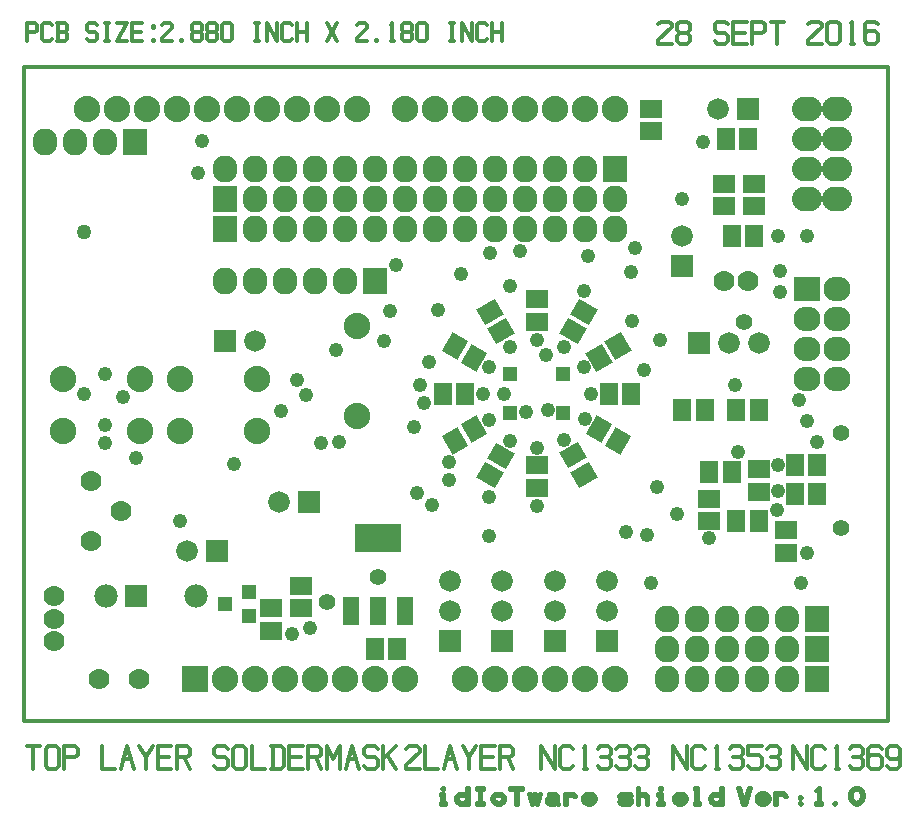
<source format=gbr>
G04 CAM350 V9.5.2 (Build 226) Date:  Wed Sep 28 16:52:40 2016 *
G04 Database: (Untitled) *
G04 Layer 1: 54.gbr *
%FSLAX23Y23*%
%MOIN*%
%SFA1.000B1.000*%

%MIA0B0*%
%IPPOS*%
%AMrect72x60_330*
4,1,4,-0.01618,0.04398,0.04618,0.00798,0.01618,-0.04398,-0.04618,-0.00798,-0.01618,0.04398,0.00000*
%
%AMrect72x60_300*
4,1,4,0.00798,0.04618,0.04398,-0.01618,-0.00798,-0.04618,-0.04398,0.01618,0.00798,0.04618,0.00000*
%
%AMrect72x60_240*
4,1,4,0.04398,0.01618,0.00798,-0.04618,-0.04398,-0.01618,-0.00798,0.04618,0.04398,0.01618,0.00000*
%
%AMrect72x60_210*
4,1,4,0.04618,-0.00798,-0.01618,-0.04398,-0.04618,0.00798,0.01618,0.04398,0.04618,-0.00798,0.00000*
%
%AMrect72x60_60*
4,1,4,-0.04398,-0.01618,-0.00798,0.04618,0.04398,0.01618,0.00798,-0.04618,-0.04398,-0.01618,0.00000*
%
%AMrect72x60_30*
4,1,4,-0.04618,0.00798,0.01618,0.04398,0.04618,-0.00798,-0.01618,-0.04398,-0.04618,0.00798,0.00000*
%
%AMrect72x60_150*
4,1,4,0.01618,-0.04398,-0.04618,-0.00798,-0.01618,0.04398,0.04618,0.00798,0.01618,-0.04398,0.00000*
%
%AMrect72x64_120*
4,1,4,-0.00971,-0.04718,-0.04571,0.01518,0.00971,0.04718,0.04571,-0.01518,-0.00971,-0.04718,0.00000*
%
%ADD10C,0.01200*%
%ADD12C,0.08800*%
%ADD14R,0.08800X0.08800*%
%ADD16R,0.06000X0.07200*%
%ADD17R,0.07800X0.07800*%
%ADD19C,0.07800*%
%ADD70C,0.07000*%
%ADD20R,0.07200X0.06000*%
%ADD21C,0.07200*%
%ADD24R,0.07200X0.07200*%
%ADD26C,0.04800*%
%ADD29C,0.00160*%
%ADD72O,0.08200X0.09000*%
%ADD30R,0.08200X0.09000*%
%ADD32C,0.05000*%
%ADD33R,0.04800X0.04800*%
%ADD34C,0.05600*%
%ADD35R,0.05600X0.09600*%
%ADD36R,0.15200X0.09600*%
%ADD37rect72x60_330*%
%ADD38rect72x60_300*%
%ADD39rect72x60_240*%
%ADD40rect72x60_210*%
%ADD41rect72x60_60*%
%ADD42rect72x60_30*%
%ADD43rect72x60_150*%
%ADD44rect72x64_120*%
%ADD48O,0.09000X0.08200*%
%ADD50R,0.09000X0.08200*%
%ADD52O,0.10000X0.08200*%
%LN54.gbr*%
%LPD*%
G54D12*
X670Y140D03*
X770D03*
X870D03*
X970D03*
X1070D03*
X1170D03*
X1270D03*
X1470D03*
X1570D03*
X1670D03*
X1770D03*
X1870D03*
X1970D03*
Y2040D03*
X1870D03*
X1770D03*
X1670D03*
X1570D03*
X1470D03*
X1370D03*
X1270D03*
X1110D03*
X1010D03*
X910D03*
X810D03*
X710D03*
X610D03*
X510D03*
X410D03*
X310D03*
X210D03*
G54D14*
X570Y140D03*
G54D17*
X375Y415D03*
G54D19*
X275D03*
X575D03*
G54D70*
X385Y140D03*
X251D03*
X100Y415D03*
Y340D03*
Y265D03*
X225Y600D03*
X325Y700D03*
X225Y800D03*
G54D21*
X545Y564D03*
G54D24*
X645D03*
G54D12*
X386Y1140D03*
X130D03*
Y964D03*
X386D03*
X776Y1140D03*
X520D03*
Y964D03*
X776D03*
G54D26*
X375Y875D03*
X520Y664D03*
X270Y984D03*
Y924D03*
Y1154D03*
X200Y1090D03*
X330Y1079D03*
G54D72*
X170Y1930D03*
X270D03*
X70D03*
G54D30*
X370D03*
G54D32*
X200Y1630D03*
G54D20*
X925Y375D03*
Y450D03*
X825Y300D03*
Y375D03*
G54D33*
X750Y350D03*
Y430D03*
X670Y390D03*
G54D34*
X1010Y395D03*
G54D26*
X895Y290D03*
X955Y310D03*
G54D12*
X1110Y1015D03*
Y1314D03*
G54D21*
X850Y730D03*
G54D24*
X950D03*
G54D26*
X1050Y930D03*
X856Y1033D03*
X991Y925D03*
X700Y854D03*
G54D21*
X770Y1265D03*
G54D24*
X670D03*
G54D72*
X970Y1465D03*
X1070D03*
X870D03*
X770D03*
X670D03*
G54D30*
X1170D03*
G54D26*
X940Y1084D03*
X910Y1134D03*
X1040Y1234D03*
G54D72*
X870Y1740D03*
X770D03*
X970D03*
X1070D03*
X1170D03*
G54D30*
X670D03*
G54D72*
X1270D03*
X1370D03*
X1470D03*
X1570D03*
X1670D03*
X1770D03*
X1870D03*
X1970D03*
X1770Y1840D03*
X1870D03*
X1670D03*
X1570D03*
X1470D03*
G54D30*
X1970D03*
G54D72*
X1370D03*
X1270D03*
X1170D03*
X1070D03*
X970D03*
X870D03*
X770D03*
X670D03*
X870Y1640D03*
X770D03*
X970D03*
X1070D03*
X1170D03*
G54D30*
X670D03*
G54D72*
X1270D03*
X1370D03*
X1470D03*
X1570D03*
X1670D03*
X1770D03*
X1870D03*
X1970D03*
G54D26*
X594Y1931D03*
X579Y1826D03*
G54D16*
X1245Y240D03*
X1170D03*
G54D21*
X1420Y465D03*
Y365D03*
G54D24*
Y265D03*
G54D35*
X1089Y365D03*
X1180D03*
X1270D03*
G54D36*
X1180Y609D03*
G54D34*
Y479D03*
G54D37*
X1591Y883D03*
X1553Y818D03*
G54D38*
X1502Y971D03*
X1437Y933D03*
G54D26*
X1552Y1001D03*
X1416Y863D03*
X1310Y760D03*
X1552Y746D03*
X1360Y720D03*
X1300Y980D03*
X1416Y803D03*
X1550Y615D03*
G54D16*
X1471Y1090D03*
X1396D03*
G54D39*
X1502Y1210D03*
X1437Y1247D03*
G54D40*
X1591Y1297D03*
X1553Y1362D03*
G54D26*
X1530Y1090D03*
X1552Y1180D03*
X1456Y1487D03*
X1335Y1060D03*
X1320Y1120D03*
X1351Y1195D03*
X1553Y1558D03*
X1380Y1370D03*
X1200Y1264D03*
X1220Y1364D03*
X1240Y1520D03*
G54D21*
X1595Y465D03*
Y365D03*
G54D24*
Y265D03*
G54D21*
X1770Y465D03*
Y365D03*
G54D24*
Y265D03*
G54D21*
X1945Y465D03*
Y365D03*
G54D24*
Y265D03*
G54D41*
X1917Y971D03*
X1982Y933D03*
G54D20*
X1710Y851D03*
Y776D03*
G54D33*
X1621Y1025D03*
X1798D03*
Y1155D03*
X1621D03*
G54D42*
X1829Y884D03*
X1866Y819D03*
G54D26*
X1870Y1006D03*
X1799Y935D03*
X1710Y910D03*
X1621Y932D03*
X1710Y715D03*
X2076Y620D03*
X1746Y1034D03*
X1675Y1030D03*
X2006Y630D03*
G54D43*
X1830Y1297D03*
X1867Y1362D03*
G54D44*
X1917Y1210D03*
X1982Y1247D03*
G54D16*
X1949Y1090D03*
X2024D03*
G54D20*
X1710Y1329D03*
Y1404D03*
G54D26*
X1890Y1090D03*
X1866Y1180D03*
X1620Y1245D03*
X1710Y1270D03*
X1801Y1246D03*
X1655Y1564D03*
X1867Y1432D03*
X2027Y1332D03*
X2025Y1495D03*
X2066Y1170D03*
X1739Y1220D03*
X1600Y1090D03*
X1880Y1547D03*
X1620Y1450D03*
X2037Y1576D03*
G54D72*
X2445Y140D03*
X2545D03*
X2345D03*
X2245D03*
X2145D03*
G54D30*
X2645D03*
G54D72*
X2445Y240D03*
X2545D03*
X2345D03*
X2245D03*
X2145D03*
G54D30*
X2645D03*
G54D72*
X2445Y340D03*
X2545D03*
X2345D03*
X2245D03*
X2145D03*
G54D30*
X2645D03*
G54D34*
X2724Y958D03*
Y643D03*
G54D26*
X2590Y460D03*
X2089Y459D03*
G54D16*
X2375Y1035D03*
X2450D03*
X2270D03*
X2195D03*
G54D20*
X2285Y665D03*
Y740D03*
X2450Y837D03*
Y762D03*
G54D16*
X2570Y755D03*
X2645D03*
X2570Y852D03*
X2645D03*
X2375Y665D03*
X2450D03*
G54D20*
X2540Y635D03*
Y560D03*
G54D16*
X2285Y830D03*
X2360D03*
G54D48*
X2610Y1140D03*
Y1240D03*
Y1340D03*
X2710Y1440D03*
Y1340D03*
Y1240D03*
G54D50*
X2610Y1440D03*
G54D48*
X2710Y1140D03*
G54D26*
X2514Y852D03*
Y765D03*
X2510Y703D03*
X2380Y895D03*
X2285Y607D03*
X2110Y779D03*
X2177Y687D03*
G54D21*
X2195Y1615D03*
G54D24*
Y1515D03*
G54D21*
X2450Y1260D03*
X2350D03*
G54D24*
X2250D03*
G54D70*
X2415Y1465D03*
X2335D03*
G54D26*
X2120Y1270D03*
G54D34*
X2400Y1330D03*
G54D26*
X2520Y1430D03*
X2585Y1067D03*
X2370Y1117D03*
X2520Y1500D03*
G54D20*
X2090Y1965D03*
Y2040D03*
X2335Y1715D03*
Y1790D03*
G54D16*
X2340Y1940D03*
X2415D03*
G54D20*
X2435Y1715D03*
Y1790D03*
G54D52*
X2610Y1940D03*
X2710D03*
Y2040D03*
X2610D03*
Y1840D03*
X2710D03*
X2610Y1740D03*
X2710D03*
G54D16*
X2360Y1615D03*
X2435D03*
G54D21*
X2315Y2040D03*
G54D24*
X2415D03*
G54D26*
X2265Y1930D03*
X2515Y1615D03*
X2195Y1740D03*
X2610Y560D03*
X2645Y927D03*
X2610Y997D03*
Y1615D03*
G54D10*
X0Y0D02*
G01X2880D01*
X0Y2180D02*
G01Y0D01*
X10Y2265D02*
G01Y2325D01*
X38*
X45Y2318*
Y2300*
X38Y2295*
X10*
X95Y2273D02*
G01X88Y2265D01*
X68*
X60Y2273*
Y2318*
X68Y2325*
X88*
X95Y2318*
X138Y2295D02*
G01X145Y2303D01*
Y2318D02*
G01X138Y2325D01*
X115D02*
G01Y2265D01*
X110D02*
G01X138D01*
X145Y2273*
Y2288*
X138Y2295*
X115*
X110Y2325D02*
G01X138D01*
X145Y2318D02*
G01Y2303D01*
X210Y2273D02*
G01X218Y2265D01*
X238*
X245Y2273*
Y2288*
X238Y2295*
X218*
X210Y2303*
Y2318*
X218Y2325*
X238*
X245Y2318*
X270Y2265D02*
G01X285D01*
X278D02*
G01Y2325D01*
X270D02*
G01X285D01*
X310D02*
G01X345D01*
X310Y2265*
X345*
X395D02*
G01X360D01*
Y2325*
X395*
X360Y2295D02*
G01X390D01*
X430Y2270D02*
G01X435D01*
Y2265*
X430*
Y2270*
Y2315D02*
G01X435D01*
Y2310*
X430*
Y2315*
X460Y2318D02*
G01X468Y2325D01*
X488*
X495Y2318*
Y2310*
X460Y2265D02*
G01X495D01*
X460Y2275D02*
G01X495Y2310D01*
X460Y2275D02*
G01Y2265D01*
X525D02*
G01Y2268D01*
X528*
Y2265*
X525*
X568Y2325D02*
G01X588D01*
X595Y2318*
Y2303*
X588Y2295*
X568*
X560Y2288*
Y2273*
X568Y2265*
X588*
X595Y2273*
Y2288*
X588Y2295*
X568D02*
G01X560Y2303D01*
Y2318*
X568Y2325*
X618D02*
G01X638D01*
X645Y2318*
Y2303*
X638Y2295*
X618*
X610Y2288*
Y2273*
X618Y2265*
X638*
X645Y2273*
Y2288*
X638Y2295*
X618D02*
G01X610Y2303D01*
Y2318*
X618Y2325*
X660Y2273D02*
G01Y2318D01*
X668Y2325*
X688*
X695Y2318*
Y2273*
X688Y2265*
X668*
X660Y2273*
X770Y2265D02*
G01X785D01*
X778D02*
G01Y2325D01*
X770D02*
G01X785D01*
X810Y2265D02*
G01Y2325D01*
X845Y2265*
Y2325*
X895Y2273D02*
G01X888Y2265D01*
X868*
X860Y2273*
Y2318*
X868Y2325*
X888*
X895Y2318*
X910Y2265D02*
G01Y2325D01*
Y2295D02*
G01X945D01*
Y2325D02*
G01Y2265D01*
X1010D02*
G01X1045Y2325D01*
X1010D02*
G01X1045Y2265D01*
X1110Y2318D02*
G01X1118Y2325D01*
X1138*
X1145Y2318*
Y2310*
X1110Y2265D02*
G01X1145D01*
X1110Y2275D02*
G01X1145Y2310D01*
X1110Y2275D02*
G01Y2265D01*
X1175D02*
G01Y2268D01*
X1178*
Y2265*
X1175*
X1223D02*
G01X1233D01*
X1228D02*
G01Y2325D01*
X1223Y2320*
X1268Y2325D02*
G01X1288D01*
X1295Y2318*
Y2303*
X1288Y2295*
X1268*
X1260Y2288*
Y2273*
X1268Y2265*
X1288*
X1295Y2273*
Y2288*
X1288Y2295*
X1268D02*
G01X1260Y2303D01*
Y2318*
X1268Y2325*
X1310Y2273D02*
G01Y2318D01*
X1318Y2325*
X1338*
X1345Y2318*
Y2273*
X1338Y2265*
X1318*
X1310Y2273*
X1420Y2265D02*
G01X1435D01*
X1428D02*
G01Y2325D01*
X1420D02*
G01X1435D01*
X1460Y2265D02*
G01Y2325D01*
X1495Y2265*
Y2325*
X1545Y2273D02*
G01X1538Y2265D01*
X1518*
X1510Y2273*
Y2318*
X1518Y2325*
X1538*
X1545Y2318*
X1560Y2265D02*
G01Y2325D01*
Y2295D02*
G01X1595D01*
Y2325D02*
G01Y2265D01*
X2880Y2180D02*
G01X0D01*
X32Y-160D02*
G01Y-85D01*
X10D02*
G01X54D01*
X73Y-151D02*
G01Y-94D01*
X82Y-85*
X107*
X116Y-94*
Y-151*
X107Y-160*
X82*
X73Y-151*
X135Y-160D02*
G01Y-85D01*
X169*
X179Y-94*
Y-116*
X169Y-123*
X135*
X304Y-160D02*
G01X260D01*
Y-85*
X323Y-160D02*
G01X344Y-85D01*
X366Y-160*
X332Y-129D02*
G01X357D01*
X385Y-85D02*
G01X407Y-123D01*
Y-160*
Y-123D02*
G01X429Y-85D01*
X491Y-160D02*
G01X448D01*
Y-85*
X491*
X448Y-123D02*
G01X485D01*
X510Y-160D02*
G01Y-85D01*
X544*
X554Y-94*
Y-116*
X544Y-123*
X510*
X535D02*
G01X554Y-160D01*
X635Y-151D02*
G01X644Y-160D01*
X669*
X679Y-151*
Y-132*
X669Y-123*
X644*
X635Y-113*
Y-94*
X644Y-85*
X669*
X679Y-94*
X698Y-151D02*
G01Y-94D01*
X707Y-85*
X732*
X741Y-94*
Y-151*
X732Y-160*
X707*
X698Y-151*
X804Y-160D02*
G01X760D01*
Y-85*
X829Y-160D02*
G01Y-85D01*
X823D02*
G01X857D01*
X866Y-94*
Y-151*
X857Y-160*
X823*
X929D02*
G01X885D01*
Y-85*
X929*
X885Y-123D02*
G01X923D01*
X948Y-160D02*
G01Y-85D01*
X982*
X991Y-94*
Y-116*
X982Y-123*
X948*
X973D02*
G01X991Y-160D01*
X1010D02*
G01Y-85D01*
X1032Y-129*
X1054Y-85*
Y-160*
X1073D02*
G01X1094Y-85D01*
X1116Y-160*
X1082Y-129D02*
G01X1107D01*
X1135Y-151D02*
G01X1144Y-160D01*
X1169*
X1179Y-151*
Y-132*
X1169Y-123*
X1144*
X1135Y-113*
Y-94*
X1144Y-85*
X1169*
X1179Y-94*
X1198Y-160D02*
G01Y-85D01*
Y-129D02*
G01X1241Y-85D01*
X1210Y-116D02*
G01X1241Y-160D01*
X1275Y-94D02*
G01X1284Y-85D01*
X1309*
X1319Y-94*
Y-104*
X1275Y-160D02*
G01X1319D01*
X1275Y-148D02*
G01X1319Y-104D01*
X1275Y-148D02*
G01Y-160D01*
X1381D02*
G01X1338D01*
Y-85*
X1400Y-160D02*
G01X1422Y-85D01*
X1444Y-160*
X1409Y-129D02*
G01X1434D01*
X1463Y-85D02*
G01X1484Y-123D01*
Y-160*
Y-123D02*
G01X1506Y-85D01*
X1569Y-160D02*
G01X1525D01*
Y-85*
X1569*
X1525Y-123D02*
G01X1563D01*
X1588Y-160D02*
G01Y-85D01*
X1622*
X1631Y-94*
Y-116*
X1622Y-123*
X1588*
X1613D02*
G01X1631Y-160D01*
X1389Y-244D02*
G01X1401D01*
X1395Y-229D02*
G01X1396Y-231D01*
X1398Y-232*
X1400Y-231*
X1401Y-229*
X1400Y-226*
X1398*
X1396*
X1395Y-229*
X1389Y-244D02*
G01Y-250D01*
X1395*
Y-274*
X1389*
Y-280*
X1407*
Y-274*
X1401*
Y-244*
G54D29*
X1406Y-279D02*
G01Y-275D01*
X1405*
Y-279*
X1404*
Y-275*
X1402*
Y-279*
X1401D02*
G01Y-245D01*
Y-230D02*
G01Y-228D01*
X1399Y-279D02*
G01Y-245D01*
Y-231D02*
G01Y-227D01*
X1398Y-279D02*
G01Y-245D01*
Y-231D02*
G01Y-226D01*
X1396Y-279D02*
G01Y-245D01*
Y-230D02*
G01Y-227D01*
X1395Y-279D02*
G01Y-275D01*
Y-249D02*
G01Y-245D01*
X1393Y-279D02*
G01Y-275D01*
Y-249D02*
G01Y-245D01*
X1392Y-279D02*
G01Y-275D01*
Y-249D02*
G01Y-245D01*
X1390Y-279D02*
G01Y-275D01*
Y-249D02*
G01Y-245D01*
Y-279D02*
G01Y-275D01*
Y-249D02*
G01Y-245D01*
G54D10*
X1459Y-244D02*
G01X1455D01*
X1452Y-245*
X1450Y-246*
X1447Y-248*
X1445Y-250*
X1443Y-253*
X1442Y-256*
X1441Y-259*
Y-262*
Y-265*
X1442Y-268*
X1443Y-271*
X1445Y-274*
X1447Y-276*
X1450Y-278*
X1452Y-279*
X1455Y-280*
X1459*
Y-244D02*
G01X1465D01*
X1459Y-280D02*
G01X1466D01*
X1483D02*
G01Y-226D01*
Y-280D02*
G01X1477D01*
Y-226D02*
G01X1483D01*
X1465Y-274D02*
G01X1467D01*
X1469Y-273*
X1471Y-272*
X1472Y-271*
X1474Y-270*
X1475Y-268*
X1476Y-266*
X1477Y-264*
Y-262*
Y-260*
X1476Y-258*
X1475Y-256*
X1474Y-254*
X1472Y-253*
X1471Y-251*
X1469Y-250*
X1467*
X1465*
X1459D02*
G01X1457D01*
X1455*
X1453Y-251*
X1451Y-253*
X1449Y-254*
X1448Y-256*
X1447Y-258*
Y-260*
Y-262*
Y-264*
Y-266*
X1448Y-268*
X1449Y-270*
X1451Y-271*
X1453Y-272*
X1455Y-273*
X1457Y-274*
X1459*
X1465Y-250D02*
G01X1459D01*
Y-274D02*
G01X1465D01*
X1466Y-280D02*
G01X1469D01*
X1472Y-279*
X1474Y-277*
X1477Y-276*
Y-248D02*
G01X1474Y-246D01*
X1471Y-245*
X1468Y-244*
X1465*
X1477Y-275D02*
G01Y-280D01*
Y-248D02*
G01Y-226D01*
G54D29*
X1482Y-279D02*
G01Y-226D01*
X1481*
Y-279*
X1479*
Y-226*
X1478*
Y-279*
X1476Y-275D02*
G01Y-266D01*
Y-257D02*
G01Y-249D01*
X1475Y-276D02*
G01Y-269D01*
Y-254D02*
G01Y-248D01*
X1473Y-277D02*
G01Y-271D01*
Y-253D02*
G01Y-247D01*
X1472Y-278D02*
G01Y-272D01*
Y-251D02*
G01Y-246D01*
X1470Y-278D02*
G01Y-273D01*
Y-250D02*
G01Y-245D01*
X1469Y-279D02*
G01Y-274D01*
Y-250D02*
G01Y-245D01*
X1468Y-279D02*
G01Y-274D01*
Y-249D02*
G01Y-245D01*
X1466Y-279D02*
G01Y-275D01*
Y-249D02*
G01Y-245D01*
X1465Y-279D02*
G01Y-275D01*
Y-249D02*
G01Y-245D01*
X1463Y-279D02*
G01Y-275D01*
Y-249D02*
G01Y-245D01*
X1462Y-279D02*
G01Y-275D01*
Y-249D02*
G01Y-245D01*
X1460Y-279D02*
G01Y-275D01*
Y-249D02*
G01Y-245D01*
X1459Y-279D02*
G01Y-275D01*
Y-249D02*
G01Y-245D01*
X1457Y-279D02*
G01Y-275D01*
Y-249D02*
G01Y-245D01*
X1456Y-279D02*
G01Y-274D01*
Y-249D02*
G01Y-245D01*
X1454Y-279D02*
G01Y-274D01*
Y-250D02*
G01Y-245D01*
X1453Y-278D02*
G01Y-273D01*
Y-250D02*
G01Y-245D01*
X1452Y-278D02*
G01Y-272D01*
Y-251D02*
G01Y-246D01*
X1450Y-277D02*
G01Y-271D01*
Y-253D02*
G01Y-247D01*
X1449Y-276D02*
G01Y-269D01*
Y-254D02*
G01Y-248D01*
X1447Y-275D02*
G01Y-266D01*
Y-257D02*
G01Y-249D01*
X1446Y-250D02*
G01Y-274D01*
X1444Y-272*
Y-252*
X1443Y-254*
Y-270*
X1441Y-266*
Y-257*
Y-266*
G54D10*
X1510Y-280D02*
G01Y-274D01*
X1519*
Y-232*
X1510*
Y-226*
X1534*
Y-232*
X1525*
Y-274*
X1534*
Y-280*
X1510*
G54D29*
X1533Y-279D02*
G01Y-275D01*
Y-231D02*
G01Y-226D01*
X1532Y-279D02*
G01Y-275D01*
Y-231D02*
G01Y-226D01*
X1531Y-279D02*
G01Y-275D01*
Y-231D02*
G01Y-226D01*
X1529Y-279D02*
G01Y-275D01*
Y-231D02*
G01Y-226D01*
X1528Y-279D02*
G01Y-275D01*
Y-231D02*
G01Y-226D01*
X1526Y-279D02*
G01Y-275D01*
Y-231D02*
G01Y-226D01*
X1525Y-279D02*
G01Y-226D01*
X1523*
Y-279*
X1522*
Y-226*
X1520*
Y-279*
X1519D02*
G01Y-275D01*
Y-231D02*
G01Y-226D01*
X1517Y-279D02*
G01Y-275D01*
Y-231D02*
G01Y-226D01*
X1516Y-279D02*
G01Y-275D01*
Y-231D02*
G01Y-226D01*
X1515Y-279D02*
G01Y-275D01*
Y-231D02*
G01Y-226D01*
X1513Y-279D02*
G01Y-275D01*
Y-231D02*
G01Y-226D01*
X1512Y-279D02*
G01Y-275D01*
Y-231D02*
G01Y-226D01*
X1511Y-279D02*
G01Y-275D01*
Y-231D02*
G01Y-226D01*
G54D10*
X1580Y-244D02*
G01X1576D01*
X1573Y-245*
X1571Y-246*
X1568Y-248*
X1566Y-250*
X1564Y-253*
X1563Y-256*
X1562Y-259*
Y-262*
Y-265*
X1563Y-268*
X1564Y-271*
X1566Y-274*
X1568Y-276*
X1571Y-278*
X1573Y-279*
X1576Y-280*
X1580*
X1586D02*
G01X1589D01*
X1592Y-279*
X1595Y-278*
X1597Y-276*
X1600Y-274*
X1601Y-271*
X1603Y-268*
X1604Y-265*
Y-262*
Y-259*
X1603Y-256*
X1601Y-253*
X1600Y-250*
X1597Y-248*
X1595Y-246*
X1592Y-245*
X1589Y-244*
X1586*
X1580D02*
G01X1586D01*
X1580Y-280D02*
G01X1586D01*
X1580Y-250D02*
G01X1578D01*
X1576*
X1574Y-251*
X1572Y-253*
X1570Y-254*
X1569Y-256*
X1568Y-258*
Y-260*
Y-262*
Y-264*
Y-266*
X1569Y-268*
X1570Y-270*
X1572Y-271*
X1574Y-272*
X1576Y-273*
X1578Y-274*
X1580*
X1586D02*
G01X1588D01*
X1590Y-273*
X1592Y-272*
X1593Y-271*
X1595Y-270*
X1596Y-268*
X1597Y-266*
X1598Y-264*
Y-262*
Y-260*
X1597Y-258*
X1596Y-256*
X1595Y-254*
X1593Y-253*
X1592Y-251*
X1590Y-250*
X1588*
X1586*
Y-250D02*
G01X1580D01*
Y-274D02*
G01X1586D01*
G54D29*
X1575Y-279D02*
G01X1590D01*
X1594Y-278*
X1572*
X1569Y-276*
X1596*
X1598Y-275*
X1568*
X1566Y-273D02*
G01X1575D01*
X1590D02*
G01X1599D01*
X1565Y-272D02*
G01X1572D01*
X1593D02*
G01X1600D01*
X1564Y-270D02*
G01X1570D01*
X1595D02*
G01X1601D01*
X1564Y-269D02*
G01X1569D01*
X1596D02*
G01X1602D01*
X1563Y-268D02*
G01X1568D01*
X1597D02*
G01X1602D01*
X1563Y-266D02*
G01X1568D01*
X1598D02*
G01X1603D01*
X1563Y-265D02*
G01X1567D01*
X1598D02*
G01X1603D01*
X1562Y-263D02*
G01X1567D01*
X1599D02*
G01X1603D01*
X1562Y-262D02*
G01X1567D01*
X1599D02*
G01X1603D01*
X1562Y-260D02*
G01X1567D01*
X1598D02*
G01X1603D01*
X1563Y-259D02*
G01X1567D01*
X1598D02*
G01X1603D01*
X1563Y-257D02*
G01X1568D01*
X1598D02*
G01X1602D01*
X1563Y-256D02*
G01X1568D01*
X1597D02*
G01X1602D01*
X1564Y-254D02*
G01X1569D01*
X1596D02*
G01X1601D01*
X1565Y-253D02*
G01X1571D01*
X1595D02*
G01X1601D01*
X1565Y-252D02*
G01X1572D01*
X1593D02*
G01X1600D01*
X1567Y-250D02*
G01X1576D01*
X1589D02*
G01X1599D01*
X1597Y-249D02*
G01X1568D01*
X1570Y-247*
X1596*
X1593Y-246*
X1572*
X1575Y-245*
X1590*
G54D10*
X1622Y-232D02*
G01Y-226D01*
X1664*
Y-232*
X1646*
Y-280*
X1640*
Y-232*
X1622*
G54D29*
X1623Y-226D02*
G01Y-231D01*
X1624*
Y-226*
X1626*
Y-231*
X1627*
Y-226*
X1629*
Y-231*
X1630*
Y-226*
X1632*
Y-231*
X1633*
Y-226*
X1634*
Y-231*
X1636*
Y-226*
X1637*
Y-231*
X1639*
Y-226*
X1640*
Y-279*
X1642*
Y-226*
X1643*
Y-279*
X1645*
Y-226*
X1646*
Y-279*
X1648Y-231*
Y-226*
X1649*
Y-231*
X1650*
Y-226*
X1652*
Y-231*
X1653*
Y-226*
X1655*
Y-231*
X1656*
Y-226*
X1658*
Y-231*
X1659*
Y-226*
X1661*
Y-231*
X1662*
Y-226*
X1664*
Y-231*
Y-226*
G54D10*
X1683Y-244D02*
G01X1693Y-280D01*
X1714D02*
G01X1725Y-244D01*
X1683D02*
G01X1689D01*
X1695Y-264*
X1701Y-244*
X1707*
X1713Y-264*
X1714Y-280D02*
G01X1711D01*
X1704Y-254*
X1693Y-280D02*
G01X1696D01*
X1704Y-254*
X1725Y-244D02*
G01X1719D01*
X1713Y-264*
G54D29*
X1684Y-244D02*
G01X1694Y-279D01*
X1695*
X1685Y-244*
X1687*
X1696Y-278*
X1697Y-275*
X1688Y-244*
X1695Y-264*
X1698Y-273*
X1699Y-270*
X1696Y-261*
X1697Y-259*
X1699Y-267*
X1700Y-265*
X1698Y-256*
Y-253*
X1701Y-262*
X1702Y-260*
X1699Y-251*
X1700Y-248*
X1702Y-257*
X1703Y-254*
X1701Y-246*
X1702Y-244*
X1712Y-279*
X1713*
X1703Y-244*
X1705*
X1714Y-278*
X1715Y-275*
X1706Y-244*
X1713Y-264*
X1716Y-273*
X1717Y-270*
X1714Y-261*
X1715Y-259*
X1718Y-267*
Y-265*
X1716Y-256*
Y-253*
X1719Y-262*
X1720Y-260*
X1717Y-251*
X1718Y-248*
X1721Y-257*
Y-254*
X1719Y-246*
X1720Y-244*
X1722Y-252*
X1723Y-249*
X1721Y-244*
X1723*
X1724Y-247*
Y-244*
G54D10*
X1779Y-256D02*
G01Y-271D01*
X1767Y-244D02*
G01X1749D01*
X1755Y-280D02*
G01X1767D01*
X1768Y-256D02*
G01X1755D01*
X1749Y-244D02*
G01Y-250D01*
X1768*
X1774Y-256D02*
G01X1772Y-252D01*
X1768Y-250*
X1779Y-271D02*
G01X1781Y-275D01*
X1785Y-277*
Y-280D02*
G01Y-277D01*
X1768Y-274D02*
G01X1772Y-272D01*
X1774Y-268*
X1772Y-264*
X1768Y-262*
X1756D02*
G01X1752Y-264D01*
X1750Y-268*
X1752Y-272*
X1756Y-274*
Y-274D02*
G01X1768D01*
X1756Y-262D02*
G01X1768D01*
X1774Y-258D02*
G01X1772Y-257D01*
X1770Y-256*
X1768*
X1774Y-258D02*
G01Y-256D01*
X1767Y-280D02*
G01X1769D01*
X1772Y-279*
X1774Y-278*
X1776Y-277*
Y-277D02*
G01X1779Y-279D01*
X1782Y-280*
X1785*
X1755Y-256D02*
G01X1753D01*
X1751Y-257*
X1749*
X1747Y-259*
X1746Y-260*
X1745Y-262*
X1744Y-264*
X1743Y-266*
Y-268*
Y-270*
X1744Y-272*
X1745Y-274*
X1746Y-276*
X1747Y-277*
X1749Y-278*
X1751Y-279*
X1753Y-280*
X1755*
X1779Y-256D02*
G01Y-254D01*
Y-252*
X1778Y-250*
X1776Y-248*
X1775Y-247*
X1773Y-245*
X1771Y-244*
X1769*
X1767*
G54D29*
X1752Y-279D02*
G01X1771D01*
X1781D02*
G01X1785D01*
X1749Y-278D02*
G01X1774D01*
X1777D02*
G01X1785D01*
X1747Y-276D02*
G01X1782D01*
X1780Y-275*
X1746*
X1745Y-273D02*
G01X1753D01*
X1771D02*
G01X1779D01*
X1745Y-272D02*
G01X1751D01*
X1773D02*
G01X1779D01*
X1744Y-271D02*
G01X1750D01*
X1774D02*
G01X1779D01*
X1744Y-269D02*
G01X1749D01*
X1775D02*
G01X1779D01*
X1744Y-268D02*
G01X1749D01*
X1775D02*
G01X1779D01*
X1744Y-266D02*
G01X1749D01*
X1775D02*
G01X1779D01*
X1744Y-265D02*
G01X1750D01*
X1774D02*
G01X1779D01*
X1745Y-263D02*
G01X1751D01*
X1773D02*
G01X1779D01*
X1745Y-262D02*
G01X1779D01*
Y-260*
X1746*
X1748Y-259*
X1779*
X1750Y-257D02*
G01X1772D01*
X1774D02*
G01X1779D01*
X1754Y-256D02*
G01X1769D01*
X1774D02*
G01X1779D01*
X1778Y-255D02*
G01X1774D01*
Y-253*
X1778*
Y-252*
X1773*
X1771Y-250*
X1777*
X1776Y-249*
X1750*
Y-247*
X1775*
X1773Y-246*
X1750*
Y-245*
X1771*
G54D10*
X1804Y-280D02*
G01Y-244D01*
X1840Y-256D02*
G01Y-254D01*
X1839Y-252*
X1838Y-250*
X1837Y-248*
X1835Y-247*
X1834Y-245*
X1832Y-244*
X1830*
X1828*
X1816D02*
G01X1813D01*
X1811*
X1810Y-245*
X1816Y-244D02*
G01X1828D01*
X1840Y-256D02*
G01X1834D01*
Y-256D02*
G01X1832Y-252D01*
X1828Y-250*
Y-250D02*
G01X1816D01*
Y-250D02*
G01X1811Y-252D01*
X1810Y-256*
Y-256D02*
G01Y-280D01*
X1804Y-244D02*
G01X1810D01*
Y-245*
Y-280D02*
G01X1804D01*
G54D29*
X1839Y-255D02*
G01Y-252D01*
X1838Y-250*
Y-255*
X1836*
Y-248*
X1835Y-247*
Y-255*
X1833Y-252*
Y-246*
X1832Y-245*
Y-250*
X1830*
Y-245*
X1829*
Y-249*
X1827*
Y-245*
X1826*
Y-249*
X1824*
Y-245*
X1823*
Y-249*
X1822*
Y-245*
X1820*
Y-249*
X1819*
Y-245*
X1817*
Y-249*
X1816*
Y-245*
X1814*
Y-249*
X1813Y-250*
Y-245*
X1811*
Y-251*
X1810Y-253*
Y-246*
X1808Y-245*
Y-279*
X1807*
Y-245*
X1806*
Y-279*
X1804*
Y-245*
G54D10*
X1882Y-244D02*
G01X1879D01*
X1876Y-245*
X1873Y-246*
X1870Y-248*
X1868Y-250*
X1866Y-253*
X1865Y-256*
X1864Y-259*
Y-262*
Y-265*
X1865Y-268*
X1866Y-271*
X1868Y-274*
X1870Y-276*
X1873Y-278*
X1876Y-279*
X1879Y-280*
X1882*
X1906Y-262D02*
G01Y-259D01*
X1905Y-256*
X1904Y-253*
X1902Y-250*
X1900Y-248*
X1897Y-246*
X1894Y-245*
X1891Y-244*
X1888*
Y-244D02*
G01X1882D01*
G54D29*
X1893Y-245D02*
G01X1878D01*
X1874Y-246*
X1896*
X1898Y-247*
X1872*
X1870Y-249*
X1900*
X1901Y-250D02*
G01X1893D01*
X1877D02*
G01X1869D01*
X1902Y-252D02*
G01X1896D01*
X1874D02*
G01X1868D01*
X1903Y-253D02*
G01X1898D01*
X1873D02*
G01X1867D01*
X1904Y-255D02*
G01X1899D01*
X1871D02*
G01X1866D01*
X1905Y-256D02*
G01X1900D01*
X1871D02*
G01X1866D01*
X1905Y-258D02*
G01X1900D01*
X1870D02*
G01X1865D01*
X1905Y-259D02*
G01X1865D01*
Y-261*
X1905*
X1906Y-262*
X1865*
Y-263*
X1905*
Y-265*
X1865*
Y-266*
X1870*
X1871Y-268*
X1866*
Y-269*
X1872*
X1873Y-271*
X1867*
X1902Y-272D02*
G01X1895D01*
X1875D02*
G01X1868D01*
X1901Y-274D02*
G01X1892D01*
X1878D02*
G01X1869D01*
X1870Y-275D02*
G01X1900D01*
X1898Y-277*
X1872*
X1875Y-278*
X1896*
X1893Y-279*
X1878*
G54D10*
X1888Y-274D02*
G01X1890D01*
X1892Y-273*
X1894Y-272*
X1896Y-271*
X1888Y-280D02*
G01X1891D01*
X1894Y-279*
X1897Y-278*
X1900Y-276*
X1902Y-274*
X1904Y-271*
Y-271D02*
G01X1896D01*
X1882Y-280D02*
G01X1888D01*
X1882Y-274D02*
G01X1888D01*
X1900Y-259D02*
G01X1870D01*
X1882Y-250D02*
G01X1880D01*
X1878*
X1876Y-251*
X1875Y-252*
X1873Y-254*
X1872Y-255*
X1871Y-257*
X1870Y-259*
Y-265D02*
G01X1871Y-267D01*
X1872Y-269*
X1873Y-270*
X1875Y-271*
X1876Y-273*
X1878*
X1880Y-274*
X1882*
X1900Y-259D02*
G01X1899Y-257D01*
X1898Y-255*
X1897Y-254*
X1896Y-252*
X1894Y-251*
X1892Y-250*
X1890*
X1888*
X1906Y-265D02*
G01Y-262D01*
Y-265D02*
G01X1870D01*
X1882Y-250D02*
G01X1888D01*
X2027Y-253D02*
G01X2025Y-246D01*
X2018Y-244*
Y-244D02*
G01X1996D01*
X2017Y-280D02*
G01X1994D01*
X1985Y-271D02*
G01X1988Y-277D01*
X1994Y-280*
X2017Y-259D02*
G01X1996D01*
Y-265D02*
G01X2018D01*
Y-274D02*
G01X1994D01*
X1985Y-271D02*
G01X1991D01*
X1996Y-250D02*
G01X2018D01*
X2027Y-253D02*
G01X2021D01*
Y-253D02*
G01X2020Y-251D01*
X2018Y-250*
X1996Y-244D02*
G01X1994D01*
X1992*
X1990Y-245*
X1989Y-246*
X1987Y-247*
X1986Y-249*
Y-251*
X1985Y-252*
Y-254*
Y-256*
X1986Y-258*
Y-260*
X1987Y-261*
X1989Y-262*
X1990Y-263*
X1992Y-264*
X1994Y-265*
X1996*
Y-250D02*
G01X1992Y-251D01*
X1991Y-254*
X1992Y-257*
X1996Y-259*
X2017Y-280D02*
G01X2019D01*
X2020Y-279*
X2022*
X2024Y-278*
X2025Y-276*
X2026Y-275*
X2027Y-273*
Y-271*
Y-269*
Y-268*
Y-266*
X2026Y-264*
X2025Y-263*
X2024Y-261*
X2022Y-260*
X2020Y-259*
X2019*
X2017*
X2018Y-274D02*
G01X2021Y-273D01*
X2023Y-269*
X2021Y-266*
X2018Y-265*
X1991Y-271D02*
G01X1992Y-273D01*
X1994Y-274*
G54D29*
X2021Y-245D02*
G01X1992D01*
X1990Y-246*
X2023*
X2025Y-247*
X1988*
X1987Y-249*
X2026*
Y-250D02*
G01X2021D01*
X1993D02*
G01X1987D01*
X2026Y-252D02*
G01X2022D01*
X1991D02*
G01X1986D01*
X1990Y-253D02*
G01X1986D01*
Y-255*
X1990*
X1991Y-256*
X1986*
Y-258*
X1992*
X2018Y-259*
X1987*
X1988Y-261*
X2022*
X2023Y-262*
X1989*
X1991Y-263*
X2025*
X2026Y-265*
X1996*
X2022Y-266*
X2026*
Y-268*
X2023*
X2024Y-269*
X2027*
X2026Y-271*
X2023*
X2026Y-272D02*
G01X2023D01*
X1991D02*
G01X1986D01*
X2026Y-274D02*
G01X2021D01*
X1992D02*
G01X1986D01*
X1987Y-275D02*
G01X2025D01*
X2024Y-277*
X1988*
X1989Y-278*
X2022*
X2020Y-279*
X1991*
G54D10*
X2052Y-248D02*
G01Y-226D01*
X2064Y-244D02*
G01X2060D01*
X2057Y-245*
X2054Y-246*
X2052Y-248*
X2082Y-262D02*
G01Y-259D01*
X2081Y-256*
X2079Y-253*
X2078Y-250*
X2075Y-248*
X2073Y-246*
X2070Y-245*
X2067Y-244*
X2064*
X2082Y-262D02*
G01Y-280D01*
X2046Y-226D02*
G01X2052D01*
X2082Y-280D02*
G01X2076D01*
Y-259*
X2046Y-226D02*
G01Y-280D01*
X2052*
X2076Y-259D02*
G01X2075Y-257D01*
X2074Y-255*
X2073Y-253*
X2071Y-252*
X2069Y-251*
X2067Y-250*
X2065*
X2063*
X2060*
X2058Y-251*
X2056Y-252*
X2055Y-253*
X2053Y-255*
X2052Y-257*
Y-259*
Y-259D02*
G01Y-280D01*
G54D29*
X2046Y-226D02*
G01Y-279D01*
X2048*
Y-226*
X2049*
Y-279*
X2051*
Y-226*
X2052Y-249*
Y-257*
X2054Y-254*
Y-248*
X2055Y-247*
Y-252*
X2056Y-251*
Y-246*
X2058Y-245*
Y-250*
X2059*
Y-245*
X2061*
Y-249*
X2062*
Y-245*
X2064*
Y-249*
X2065*
Y-245*
X2067*
Y-249*
X2068Y-250*
Y-245*
X2070*
Y-250*
X2071Y-251*
Y-246*
X2072Y-247*
Y-253*
X2074Y-254*
Y-248*
X2075Y-249*
Y-257*
X2077Y-279*
Y-250*
X2078Y-252*
Y-279*
X2080*
Y-254*
X2081Y-257*
Y-279*
G54D10*
X2115Y-244D02*
G01X2127D01*
X2121Y-229D02*
G01X2122Y-231D01*
X2124Y-232*
X2126Y-231*
X2127Y-229*
X2126Y-226*
X2124*
X2122*
X2121Y-229*
X2115Y-244D02*
G01Y-250D01*
X2121*
Y-274*
X2115*
Y-280*
X2133*
Y-274*
X2127*
Y-244*
G54D29*
X2132Y-279D02*
G01Y-275D01*
X2131*
Y-279*
X2130*
Y-275*
X2128*
Y-279*
X2127D02*
G01Y-245D01*
Y-230D02*
G01Y-228D01*
X2125Y-279D02*
G01Y-245D01*
Y-231D02*
G01Y-227D01*
X2124Y-279D02*
G01Y-245D01*
Y-231D02*
G01Y-226D01*
X2122Y-279D02*
G01Y-245D01*
Y-230D02*
G01Y-227D01*
X2121Y-279D02*
G01Y-275D01*
Y-249D02*
G01Y-245D01*
X2119Y-279D02*
G01Y-275D01*
Y-249D02*
G01Y-245D01*
X2118Y-279D02*
G01Y-275D01*
Y-249D02*
G01Y-245D01*
X2116Y-279D02*
G01Y-275D01*
Y-249D02*
G01Y-245D01*
Y-279D02*
G01Y-275D01*
Y-249D02*
G01Y-245D01*
G54D10*
X2185Y-244D02*
G01X2181D01*
X2178Y-245*
X2176Y-246*
X2173Y-248*
X2171Y-250*
X2169Y-253*
X2168Y-256*
X2167Y-259*
Y-262*
Y-265*
X2168Y-268*
X2169Y-271*
X2171Y-274*
X2173Y-276*
X2176Y-278*
X2178Y-279*
X2181Y-280*
X2185*
X2209Y-262D02*
G01Y-259D01*
X2208Y-256*
X2206Y-253*
X2205Y-250*
X2202Y-248*
X2200Y-246*
X2197Y-245*
X2194Y-244*
X2191*
Y-244D02*
G01X2185D01*
G54D29*
X2195Y-245D02*
G01X2180D01*
X2177Y-246*
X2199*
X2201Y-247*
X2174*
X2173Y-249*
X2203*
X2204Y-250D02*
G01X2195D01*
X2180D02*
G01X2171D01*
X2205Y-252D02*
G01X2198D01*
X2177D02*
G01X2170D01*
X2206Y-253D02*
G01X2200D01*
X2175D02*
G01X2169D01*
X2207Y-255D02*
G01X2201D01*
X2174D02*
G01X2169D01*
X2207Y-256D02*
G01X2202D01*
X2173D02*
G01X2168D01*
X2208Y-258D02*
G01X2203D01*
X2172D02*
G01X2168D01*
X2208Y-259D02*
G01X2168D01*
X2167Y-261*
X2208*
Y-262*
X2167*
Y-263*
X2208*
Y-265*
X2168*
Y-266*
X2173*
Y-268*
X2168*
X2169Y-269*
X2174*
X2175Y-271*
X2170*
X2205Y-272D02*
G01X2198D01*
X2177D02*
G01X2170D01*
X2204Y-274D02*
G01X2194D01*
X2181D02*
G01X2172D01*
X2173Y-275D02*
G01X2202D01*
X2201Y-277*
X2175*
X2177Y-278*
X2198*
X2195Y-279*
X2180*
G54D10*
X2191Y-274D02*
G01X2193D01*
X2195Y-273*
X2197Y-272*
X2198Y-271*
X2191Y-280D02*
G01X2194D01*
X2197Y-279*
X2200Y-278*
X2202Y-276*
X2204Y-274*
X2206Y-271*
X2198*
X2185Y-280D02*
G01X2191D01*
X2185Y-274D02*
G01X2191D01*
X2202Y-259D02*
G01X2173D01*
X2185Y-250D02*
G01X2183D01*
X2181*
X2179Y-251*
X2177Y-252*
X2176Y-254*
X2174Y-255*
Y-257*
X2173Y-259*
Y-265D02*
G01X2174Y-267D01*
Y-269*
X2176Y-270*
X2177Y-271*
X2179Y-273*
X2181*
X2183Y-274*
X2185*
X2202Y-259D02*
G01Y-257D01*
X2201Y-255*
X2200Y-254*
X2198Y-252*
X2196Y-251*
X2195Y-250*
X2193*
X2191*
X2209Y-265D02*
G01Y-262D01*
Y-265D02*
G01X2173D01*
X2185Y-250D02*
G01X2191D01*
X2248Y-226D02*
G01X2242D01*
Y-274D02*
G01X2236D01*
Y-280*
X2254*
Y-274*
X2248*
Y-226*
X2236*
Y-232*
X2242*
Y-274*
G54D29*
X2253Y-279D02*
G01Y-275D01*
X2252*
Y-279*
X2251*
Y-275*
X2249*
Y-279*
X2248D02*
G01Y-226D01*
X2246Y-279D02*
G01Y-226D01*
X2245Y-279D02*
G01Y-226D01*
X2243*
Y-279*
X2242D02*
G01Y-275D01*
Y-231D02*
G01Y-226D01*
X2240Y-279D02*
G01Y-275D01*
Y-231D02*
G01Y-226D01*
X2239Y-279D02*
G01Y-275D01*
Y-231D02*
G01Y-226D01*
X2237Y-279D02*
G01Y-275D01*
Y-231D02*
G01Y-226D01*
Y-279D02*
G01Y-275D01*
Y-231D02*
G01Y-226D01*
G54D10*
X2306Y-244D02*
G01X2302D01*
X2299Y-245*
X2297Y-246*
X2294Y-248*
X2292Y-250*
X2290Y-253*
X2289Y-256*
X2288Y-259*
Y-262*
Y-265*
X2289Y-268*
X2290Y-271*
X2292Y-274*
X2294Y-276*
X2297Y-278*
X2299Y-279*
X2302Y-280*
X2306*
Y-244D02*
G01X2312D01*
X2306Y-280D02*
G01X2313D01*
X2330D02*
G01Y-226D01*
Y-280D02*
G01X2324D01*
Y-226D02*
G01X2330D01*
X2312Y-274D02*
G01X2314D01*
X2316Y-273*
X2318Y-272*
X2319Y-271*
X2321Y-270*
X2322Y-268*
X2323Y-266*
X2324Y-264*
Y-262*
Y-260*
X2323Y-258*
X2322Y-256*
X2321Y-254*
X2319Y-253*
X2318Y-251*
X2316Y-250*
X2314*
X2312*
X2306D02*
G01X2304D01*
X2302*
X2300Y-251*
X2298Y-253*
X2296Y-254*
X2295Y-256*
X2294Y-258*
Y-260*
Y-262*
Y-264*
Y-266*
X2295Y-268*
X2296Y-270*
X2298Y-271*
X2300Y-272*
X2302Y-273*
X2304Y-274*
X2306*
X2312Y-250D02*
G01X2306D01*
Y-274D02*
G01X2312D01*
X2313Y-280D02*
G01X2316D01*
X2319Y-279*
X2321Y-277*
X2324Y-276*
Y-248D02*
G01X2321Y-246D01*
X2318Y-245*
X2315Y-244*
X2312*
X2324Y-275D02*
G01Y-280D01*
Y-248D02*
G01Y-226D01*
G54D29*
X2329Y-279D02*
G01Y-226D01*
X2328*
Y-279*
X2326*
Y-226*
X2325*
Y-279*
X2323Y-275D02*
G01Y-266D01*
Y-257D02*
G01Y-249D01*
X2322Y-276D02*
G01Y-269D01*
Y-254D02*
G01Y-248D01*
X2320Y-277D02*
G01Y-271D01*
Y-253D02*
G01Y-247D01*
X2319Y-278D02*
G01Y-272D01*
Y-251D02*
G01Y-246D01*
X2317Y-278D02*
G01Y-273D01*
Y-250D02*
G01Y-245D01*
X2316Y-279D02*
G01Y-274D01*
Y-250D02*
G01Y-245D01*
X2315Y-279D02*
G01Y-274D01*
Y-249D02*
G01Y-245D01*
X2313Y-279D02*
G01Y-275D01*
Y-249D02*
G01Y-245D01*
X2312Y-279D02*
G01Y-275D01*
Y-249D02*
G01Y-245D01*
X2310Y-279D02*
G01Y-275D01*
Y-249D02*
G01Y-245D01*
X2309Y-279D02*
G01Y-275D01*
Y-249D02*
G01Y-245D01*
X2307Y-279D02*
G01Y-275D01*
Y-249D02*
G01Y-245D01*
X2306Y-279D02*
G01Y-275D01*
Y-249D02*
G01Y-245D01*
X2304Y-279D02*
G01Y-275D01*
Y-249D02*
G01Y-245D01*
X2303Y-279D02*
G01Y-274D01*
Y-249D02*
G01Y-245D01*
X2301Y-279D02*
G01Y-274D01*
Y-250D02*
G01Y-245D01*
X2300Y-278D02*
G01Y-273D01*
Y-250D02*
G01Y-245D01*
X2299Y-278D02*
G01Y-272D01*
Y-251D02*
G01Y-246D01*
X2297Y-277D02*
G01Y-271D01*
Y-253D02*
G01Y-247D01*
X2296Y-276D02*
G01Y-269D01*
Y-254D02*
G01Y-248D01*
X2294Y-275D02*
G01Y-266D01*
Y-257D02*
G01Y-249D01*
X2293Y-250D02*
G01Y-274D01*
X2291Y-272*
Y-252*
X2290Y-254*
Y-270*
X2288Y-266*
Y-257*
Y-266*
G54D10*
X1725Y-160D02*
G01Y-85D01*
X1769Y-160*
Y-85*
X1831Y-151D02*
G01X1822Y-160D01*
X1797*
X1788Y-151*
Y-94*
X1797Y-85*
X1822*
X1831Y-94*
X1866Y-160D02*
G01X1878D01*
X1872D02*
G01Y-85D01*
X1866Y-91*
X1913Y-94D02*
G01X1922Y-85D01*
X1947*
X1956Y-94*
Y-113*
X1947Y-123*
X1925*
X1947D02*
G01X1956Y-132D01*
Y-151*
X1947Y-160*
X1922*
X1913Y-151*
X1975Y-94D02*
G01X1984Y-85D01*
X2009*
X2019Y-94*
Y-113*
X2009Y-123*
X1988*
X2009D02*
G01X2019Y-132D01*
Y-151*
X2009Y-160*
X1984*
X1975Y-151*
X2038Y-94D02*
G01X2047Y-85D01*
X2072*
X2081Y-94*
Y-113*
X2072Y-123*
X2050*
X2072D02*
G01X2081Y-132D01*
Y-151*
X2072Y-160*
X2047*
X2038Y-151*
X2115Y2321D02*
G01X2124Y2330D01*
X2149*
X2159Y2321*
Y2311*
X2115Y2255D02*
G01X2159D01*
X2115Y2268D02*
G01X2159Y2311D01*
X2115Y2268D02*
G01Y2255D01*
X2187Y2330D02*
G01X2212D01*
X2221Y2321*
Y2302*
X2212Y2293*
X2187*
X2178Y2283*
Y2264*
X2187Y2255*
X2212*
X2221Y2264*
Y2283*
X2212Y2293*
X2187D02*
G01X2178Y2302D01*
Y2321*
X2187Y2330*
X2303Y2264D02*
G01X2312Y2255D01*
X2337*
X2346Y2264*
Y2283*
X2337Y2293*
X2312*
X2303Y2302*
Y2321*
X2312Y2330*
X2337*
X2346Y2321*
X2409Y2255D02*
G01X2365D01*
Y2330*
X2409*
X2365Y2293D02*
G01X2403D01*
X2428Y2255D02*
G01Y2330D01*
X2462*
X2471Y2321*
Y2299*
X2462Y2293*
X2428*
X2512Y2255D02*
G01Y2330D01*
X2490D02*
G01X2534D01*
X2615Y2321D02*
G01X2624Y2330D01*
X2649*
X2659Y2321*
Y2311*
X2615Y2255D02*
G01X2659D01*
X2615Y2268D02*
G01X2659Y2311D01*
X2615Y2268D02*
G01Y2255D01*
X2678Y2264D02*
G01Y2321D01*
X2687Y2330*
X2712*
X2721Y2321*
Y2264*
X2712Y2255*
X2687*
X2678Y2264*
X2756Y2255D02*
G01X2768D01*
X2762D02*
G01Y2330D01*
X2756Y2324*
X2846Y2321D02*
G01X2837Y2330D01*
X2812*
X2803Y2321*
Y2264*
X2812Y2255*
X2837*
X2846Y2264*
Y2289*
X2837Y2299*
X2812*
X2803Y2289*
X2165Y-160D02*
G01Y-85D01*
X2209Y-160*
Y-85*
X2271Y-151D02*
G01X2262Y-160D01*
X2237*
X2228Y-151*
Y-94*
X2237Y-85*
X2262*
X2271Y-94*
X2306Y-160D02*
G01X2318D01*
X2312D02*
G01Y-85D01*
X2306Y-91*
X2353Y-94D02*
G01X2362Y-85D01*
X2387*
X2396Y-94*
Y-113*
X2387Y-123*
X2365*
X2387D02*
G01X2396Y-132D01*
Y-151*
X2387Y-160*
X2362*
X2353Y-151*
X2415D02*
G01X2424Y-160D01*
X2449*
X2459Y-151*
Y-126*
X2449Y-116*
X2415*
Y-85*
X2459*
X2478Y-94D02*
G01X2487Y-85D01*
X2512*
X2521Y-94*
Y-113*
X2512Y-123*
X2490*
X2512D02*
G01X2521Y-132D01*
Y-151*
X2512Y-160*
X2487*
X2478Y-151*
X2397Y-280D02*
G01X2407D01*
X2424Y-224*
X2416*
X2402Y-271*
X2397Y-280D02*
G01X2380Y-224D01*
X2388*
X2402Y-271*
G54D29*
X2406Y-279D02*
G01X2423Y-225D01*
X2421*
X2404Y-279*
X2403*
X2420Y-225*
X2418*
X2401Y-279*
X2400*
X2417Y-225*
X2401Y-270*
X2398Y-279*
X2397Y-278*
X2400Y-267*
Y-265*
X2396Y-276*
Y-273*
X2399Y-262*
X2398Y-260*
X2395Y-271*
X2394Y-268*
X2397Y-257*
Y-255*
X2393Y-266*
Y-263*
X2396Y-252*
X2395Y-250*
X2392Y-261*
X2391Y-258*
X2394Y-247*
Y-245*
X2390Y-256*
Y-253*
X2393Y-242*
X2392Y-240*
X2389Y-251*
X2388Y-248*
X2391Y-237*
Y-235*
X2387Y-246*
X2386Y-243*
X2390Y-232*
X2389Y-230*
X2386Y-241*
X2385Y-238*
X2388Y-227*
Y-225*
X2384Y-236*
X2383Y-233*
X2386Y-225*
X2385*
X2383Y-231*
X2382Y-228*
X2383Y-225*
X2382*
X2381Y-226*
Y-224*
G54D10*
X2461Y-243D02*
G01X2458D01*
X2455Y-244*
X2452Y-245*
X2449Y-247*
X2447Y-249*
X2445Y-252*
X2444Y-255*
X2443Y-258*
Y-261*
Y-265*
X2444Y-268*
X2445Y-271*
X2447Y-273*
X2449Y-276*
X2452Y-277*
X2455Y-279*
X2458Y-280*
X2461*
X2486Y-261D02*
G01Y-258D01*
X2485Y-255*
X2484Y-252*
X2482Y-249*
X2480Y-247*
X2477Y-245*
X2474Y-244*
X2471Y-243*
X2468*
Y-243D02*
G01X2461D01*
G54D29*
X2472D02*
G01X2457D01*
X2453Y-245*
X2476*
X2478Y-246*
X2451*
X2449Y-248*
X2480*
X2481Y-249D02*
G01X2472D01*
X2457D02*
G01X2448D01*
X2482Y-251D02*
G01X2475D01*
X2454D02*
G01X2447D01*
X2483Y-252D02*
G01X2477D01*
X2452D02*
G01X2446D01*
X2484Y-253D02*
G01X2478D01*
X2451D02*
G01X2445D01*
X2484Y-255D02*
G01X2479D01*
X2450D02*
G01X2444D01*
X2485Y-256D02*
G01X2480D01*
X2449D02*
G01X2444D01*
X2485Y-258D02*
G01X2480D01*
X2448D02*
G01X2444D01*
X2443Y-259D02*
G01X2485D01*
Y-261*
X2443*
Y-262*
X2485*
Y-264*
X2443*
X2444Y-265*
X2448*
X2449Y-267*
X2444*
X2445Y-268*
X2450*
X2451Y-269*
X2445*
X2483Y-271D02*
G01X2476D01*
X2452D02*
G01X2446D01*
X2482Y-272D02*
G01X2474D01*
X2455D02*
G01X2447D01*
X2481Y-274D02*
G01X2468D01*
X2461D02*
G01X2448D01*
X2479Y-275D02*
G01X2450D01*
X2452Y-277*
X2477*
X2475Y-278*
X2454*
X2457Y-279*
X2472*
G54D10*
X2468Y-274D02*
G01X2470D01*
X2472Y-273*
X2474Y-272*
X2475Y-271*
X2468Y-280D02*
G01X2471D01*
X2474Y-279*
X2477Y-278*
X2479Y-276*
X2482Y-273*
X2484Y-271*
Y-271D02*
G01X2475D01*
X2461Y-280D02*
G01X2468D01*
X2461Y-274D02*
G01X2467D01*
X2480Y-258D02*
G01X2449D01*
X2461Y-249D02*
G01X2459D01*
X2457*
X2455Y-250*
X2454Y-251*
X2452Y-253*
X2451Y-254*
X2450Y-256*
X2449Y-258*
Y-264D02*
G01X2450Y-266D01*
X2451Y-268*
X2452Y-270*
X2454Y-271*
X2455Y-272*
X2457Y-273*
X2459Y-274*
X2461*
X2480Y-258D02*
G01X2479Y-256D01*
X2478Y-254*
X2477Y-253*
X2475Y-251*
X2473Y-250*
X2472Y-249*
X2470*
X2468*
X2486Y-264D02*
G01Y-261D01*
Y-264D02*
G01X2449D01*
X2461Y-249D02*
G01X2468D01*
X2467Y-274D02*
G01X2468D01*
X2505Y-280D02*
G01Y-243D01*
X2543Y-255D02*
G01X2542Y-253D01*
Y-251*
X2541Y-249*
X2540Y-247*
X2538Y-245*
X2536Y-244*
X2534Y-243*
X2532*
X2530*
X2518D02*
G01X2515D01*
X2513*
X2511Y-244*
X2518Y-243D02*
G01X2530D01*
X2543Y-255D02*
G01X2536D01*
Y-255D02*
G01X2534Y-251D01*
X2530Y-249*
Y-249D02*
G01X2518D01*
Y-249D02*
G01X2513Y-251D01*
X2511Y-255*
Y-280*
X2505Y-243D02*
G01X2511D01*
Y-244*
Y-280D02*
G01X2505D01*
G54D29*
X2542Y-254D02*
G01Y-251D01*
X2540Y-249*
Y-254*
X2539*
Y-247*
X2537Y-246*
Y-254*
X2536Y-252*
Y-245*
X2534Y-244*
Y-250*
X2533Y-249*
Y-244*
X2532Y-243*
Y-248*
X2530*
Y-243*
X2529*
Y-248*
X2527*
Y-243*
X2526*
Y-248*
X2524*
Y-243*
X2523*
Y-248*
X2521*
Y-243*
X2520*
Y-248*
X2518*
Y-243*
X2517*
Y-248*
X2516*
Y-243*
X2514Y-244*
Y-249*
X2513Y-250*
Y-244*
X2511Y-243*
Y-279*
X2510*
Y-243*
X2508*
Y-279*
X2507*
Y-243*
X2506*
Y-279*
G54D10*
X2589Y-274D02*
G01X2587Y-275D01*
X2586Y-277*
X2587Y-279*
X2589Y-280*
X2592Y-279*
X2593Y-277*
X2592Y-275*
X2589Y-274*
Y-255D02*
G01X2587Y-256D01*
X2586Y-258*
X2587Y-260*
X2589Y-261*
X2592Y-260*
X2593Y-258*
X2592Y-256*
X2589Y-255*
G54D29*
X2588Y-279D02*
G01X2591D01*
X2592Y-278*
X2587*
Y-276*
X2592*
X2591Y-275*
X2588*
X2591Y-260D02*
G01X2588D01*
X2587Y-259*
X2592*
Y-257*
X2587*
X2588Y-256*
X2591*
X2588*
G54D10*
X2649Y-232D02*
G01Y-274D01*
X2639*
Y-280*
X2661*
Y-274*
X2655*
Y-224*
X2649*
X2639Y-236*
X2646*
X2649Y-232*
G54D29*
X2660Y-279D02*
G01Y-275D01*
X2659*
Y-279*
X2658*
Y-275*
X2656*
Y-279*
X2655*
Y-225*
X2653*
Y-279*
X2652*
Y-225*
X2650*
Y-279*
X2649*
Y-225*
X2647Y-279D02*
G01Y-275D01*
Y-233D02*
G01Y-226D01*
X2646Y-279D02*
G01Y-275D01*
Y-235D02*
G01Y-228D01*
X2644Y-279D02*
G01Y-275D01*
Y-235D02*
G01Y-230D01*
X2643Y-279D02*
G01Y-275D01*
Y-235D02*
G01Y-232D01*
X2642Y-279D02*
G01Y-275D01*
Y-235D02*
G01Y-234D01*
X2640Y-279D02*
G01Y-275D01*
G54D10*
X2705Y-274D02*
G01X2703Y-275D01*
X2702Y-277*
X2703Y-279*
X2705Y-280*
X2707Y-279*
X2708Y-277*
X2707Y-275*
X2705Y-274*
G54D29*
X2704Y-279D02*
G01X2706D01*
X2707Y-278*
X2703*
Y-276*
X2707*
Y-275*
X2703*
X2704*
X2706*
G54D10*
X2799Y-246D02*
G01X2798Y-242D01*
X2797Y-238*
X2796Y-235*
X2794Y-232*
X2791Y-229*
X2788Y-227*
X2784Y-225*
X2781Y-224*
X2777*
X2773*
X2769Y-225*
X2766Y-227*
X2763Y-229*
X2760Y-232*
X2758Y-235*
X2756Y-238*
X2755Y-242*
Y-246*
Y-246D02*
G01Y-258D01*
Y-258D02*
G01Y-262D01*
X2756Y-266*
X2758Y-269*
X2760Y-272*
X2763Y-275*
X2766Y-277*
X2769Y-279*
X2773Y-280*
X2777*
X2781*
X2784Y-279*
X2788Y-277*
X2791Y-275*
X2794Y-272*
X2796Y-269*
X2797Y-266*
X2798Y-262*
X2799Y-258*
Y-258D02*
G01Y-246D01*
X2761D02*
G01Y-258D01*
X2793Y-246D02*
G01Y-258D01*
X2761D02*
G01Y-261D01*
X2762Y-263*
X2763Y-266*
X2765Y-268*
X2767Y-270*
X2769Y-272*
X2772Y-273*
X2774Y-274*
X2777*
X2780*
X2782Y-273*
X2785Y-272*
X2787Y-270*
X2789Y-268*
X2790Y-266*
X2792Y-263*
Y-261*
X2793Y-258*
Y-246D02*
G01X2792Y-243D01*
Y-240*
X2790Y-238*
X2789Y-236*
X2787Y-234*
X2785Y-232*
X2782Y-231*
X2780Y-230*
X2777*
X2774*
X2772Y-231*
X2769Y-232*
X2767Y-234*
X2765Y-236*
X2763Y-238*
X2762Y-240*
X2761Y-243*
Y-246*
G54D29*
X2756Y-241D02*
G01Y-263D01*
X2757Y-267*
Y-237*
X2759Y-234*
Y-270*
X2760Y-271*
Y-232*
X2762Y-231D02*
G01Y-241D01*
Y-262D02*
G01Y-273D01*
X2763Y-229D02*
G01Y-238D01*
Y-266D02*
G01Y-274D01*
X2765Y-228D02*
G01Y-235D01*
Y-268D02*
G01Y-275D01*
X2766Y-227D02*
G01Y-234D01*
Y-270D02*
G01Y-276D01*
X2767Y-227D02*
G01Y-232D01*
Y-271D02*
G01Y-277D01*
X2769Y-226D02*
G01Y-231D01*
Y-272D02*
G01Y-278D01*
X2770Y-226D02*
G01Y-231D01*
Y-273D02*
G01Y-278D01*
X2772Y-225D02*
G01Y-230D01*
Y-274D02*
G01Y-279D01*
X2773Y-225D02*
G01Y-230D01*
Y-274D02*
G01Y-279D01*
X2775Y-225D02*
G01Y-229D01*
Y-274D02*
G01Y-279D01*
X2776Y-225D02*
G01Y-229D01*
Y-275D02*
G01Y-279D01*
X2778Y-225D02*
G01Y-229D01*
Y-275D02*
G01Y-279D01*
X2779Y-225D02*
G01Y-229D01*
Y-274D02*
G01Y-279D01*
X2781Y-225D02*
G01Y-230D01*
Y-274D02*
G01Y-279D01*
X2782Y-225D02*
G01Y-230D01*
Y-274D02*
G01Y-279D01*
X2783Y-226D02*
G01Y-231D01*
Y-273D02*
G01Y-278D01*
X2785Y-226D02*
G01Y-231D01*
Y-272D02*
G01Y-278D01*
X2786Y-227D02*
G01Y-232D01*
Y-271D02*
G01Y-277D01*
X2788Y-227D02*
G01Y-234D01*
Y-270D02*
G01Y-276D01*
X2789Y-228D02*
G01Y-235D01*
Y-268D02*
G01Y-275D01*
X2791Y-229D02*
G01Y-238D01*
Y-266D02*
G01Y-274D01*
X2792Y-231D02*
G01Y-242D01*
Y-262D02*
G01Y-273D01*
X2794Y-232D02*
G01Y-271D01*
X2795Y-269*
Y-234*
X2797Y-237*
Y-267*
X2798Y-263*
Y-241*
G54D10*
X2880Y0D02*
G01Y2180D01*
X2565Y-160D02*
G01Y-85D01*
X2609Y-160*
Y-85*
X2671Y-151D02*
G01X2662Y-160D01*
X2637*
X2628Y-151*
Y-94*
X2637Y-85*
X2662*
X2671Y-94*
X2706Y-160D02*
G01X2718D01*
X2712D02*
G01Y-85D01*
X2706Y-91*
X2753Y-94D02*
G01X2762Y-85D01*
X2787*
X2796Y-94*
Y-113*
X2787Y-123*
X2765*
X2787D02*
G01X2796Y-132D01*
Y-151*
X2787Y-160*
X2762*
X2753Y-151*
X2859Y-94D02*
G01X2849Y-85D01*
X2824*
X2815Y-94*
Y-151*
X2824Y-160*
X2849*
X2859Y-151*
Y-126*
X2849Y-116*
X2824*
X2815Y-126*
X2878Y-151D02*
G01X2887Y-160D01*
X2912*
X2921Y-151*
Y-94*
X2912Y-85*
X2887*
X2878Y-94*
Y-119*
X2887Y-129*
X2912*
X2921Y-119*
M02*

</source>
